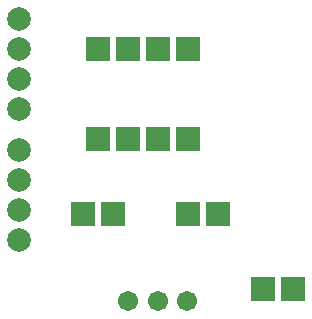
<source format=gbr>
G04 EAGLE Gerber RS-274X export*
G75*
%MOMM*%
%FSLAX34Y34*%
%LPD*%
%INSoldermask Bottom*%
%IPPOS*%
%AMOC8*
5,1,8,0,0,1.08239X$1,22.5*%
G01*
%ADD10C,2.003200*%
%ADD11R,2.003200X2.003200*%
%ADD12C,1.711200*%


D10*
X22390Y168270D03*
X22390Y142870D03*
X22390Y117470D03*
X22390Y92070D03*
X22390Y278760D03*
X22390Y253360D03*
X22390Y227960D03*
X22390Y202560D03*
D11*
X254000Y50800D03*
X228600Y50800D03*
D12*
X139700Y40000D03*
X164700Y40000D03*
X114700Y40000D03*
D11*
X165100Y254000D03*
X139700Y254000D03*
X88900Y254000D03*
X114300Y254000D03*
X165100Y177800D03*
X139700Y177800D03*
X88900Y177800D03*
X114300Y177800D03*
X101600Y114300D03*
X76200Y114300D03*
X190500Y114300D03*
X165100Y114300D03*
M02*

</source>
